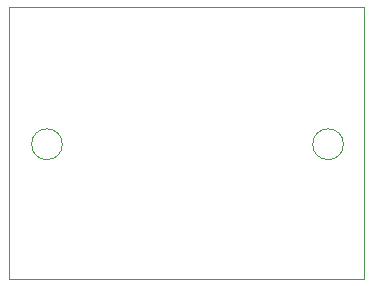
<source format=gbr>
%TF.GenerationSoftware,KiCad,Pcbnew,8.0.2-1*%
%TF.CreationDate,2024-11-11T18:57:46+10:00*%
%TF.ProjectId,ae_emblem_led_pcb,61655f65-6d62-46c6-956d-5f6c65645f70,rev?*%
%TF.SameCoordinates,Original*%
%TF.FileFunction,Profile,NP*%
%FSLAX46Y46*%
G04 Gerber Fmt 4.6, Leading zero omitted, Abs format (unit mm)*
G04 Created by KiCad (PCBNEW 8.0.2-1) date 2024-11-11 18:57:46*
%MOMM*%
%LPD*%
G01*
G04 APERTURE LIST*
%TA.AperFunction,Profile*%
%ADD10C,0.050000*%
%TD*%
G04 APERTURE END LIST*
D10*
X134500000Y-82600000D02*
G75*
G02*
X131900000Y-82600000I-1300000J0D01*
G01*
X131900000Y-82600000D02*
G75*
G02*
X134500000Y-82600000I1300000J0D01*
G01*
X130000000Y-71000000D02*
X160000000Y-71000000D01*
X160000000Y-94000000D01*
X130000000Y-94000000D01*
X130000000Y-71000000D01*
X158300000Y-82600000D02*
G75*
G02*
X155700000Y-82600000I-1300000J0D01*
G01*
X155700000Y-82600000D02*
G75*
G02*
X158300000Y-82600000I1300000J0D01*
G01*
M02*

</source>
